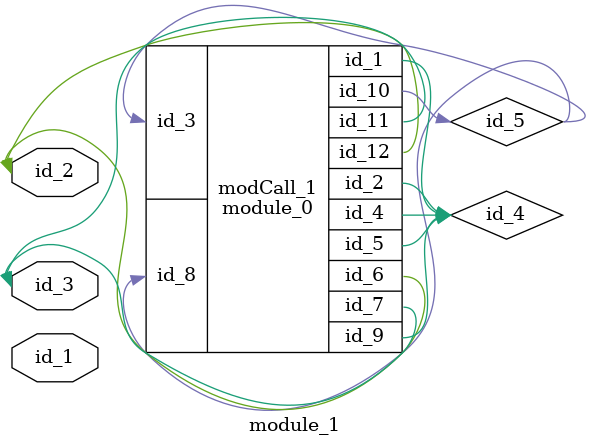
<source format=v>
module module_0 (
    id_1,
    id_2,
    id_3,
    id_4,
    id_5,
    id_6,
    id_7,
    id_8,
    id_9,
    id_10,
    id_11,
    id_12
);
  inout wire id_12;
  inout wire id_11;
  inout wire id_10;
  inout wire id_9;
  input wire id_8;
  inout wire id_7;
  inout wire id_6;
  output wire id_5;
  inout wire id_4;
  input wire id_3;
  output wire id_2;
  output wire id_1;
  assign id_6 = 1'b0;
  assign id_4 = id_10;
endmodule
module module_1 (
    id_1,
    id_2,
    id_3
);
  inout wire id_3;
  inout wire id_2;
  input wire id_1;
  wire id_4;
  wire id_5;
  module_0 modCall_1 (
      id_4,
      id_4,
      id_5,
      id_4,
      id_4,
      id_2,
      id_3,
      id_5,
      id_4,
      id_5,
      id_3,
      id_2
  );
  wire id_6;
endmodule

</source>
